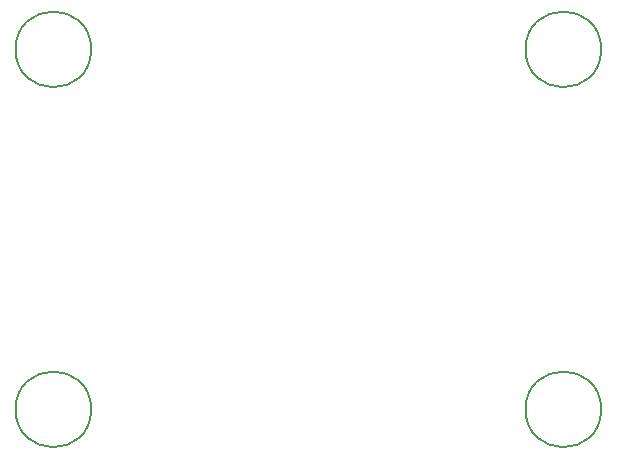
<source format=gbr>
%TF.GenerationSoftware,KiCad,Pcbnew,7.0.1-3b83917a11~172~ubuntu22.04.1*%
%TF.CreationDate,2023-04-03T01:37:10-05:00*%
%TF.ProjectId,adda-blinky,61646461-2d62-46c6-996e-6b792e6b6963,rev?*%
%TF.SameCoordinates,Original*%
%TF.FileFunction,Other,Comment*%
%FSLAX46Y46*%
G04 Gerber Fmt 4.6, Leading zero omitted, Abs format (unit mm)*
G04 Created by KiCad (PCBNEW 7.0.1-3b83917a11~172~ubuntu22.04.1) date 2023-04-03 01:37:10*
%MOMM*%
%LPD*%
G01*
G04 APERTURE LIST*
%ADD10C,0.150000*%
G04 APERTURE END LIST*
D10*
%TO.C,H3*%
X139090000Y-72390000D02*
G75*
G03*
X139090000Y-72390000I-3200000J0D01*
G01*
%TO.C,H4*%
X139090000Y-41910000D02*
G75*
G03*
X139090000Y-41910000I-3200000J0D01*
G01*
%TO.C,H1*%
X95910000Y-41910000D02*
G75*
G03*
X95910000Y-41910000I-3200000J0D01*
G01*
%TO.C,H2*%
X95910000Y-72390000D02*
G75*
G03*
X95910000Y-72390000I-3200000J0D01*
G01*
%TD*%
M02*

</source>
